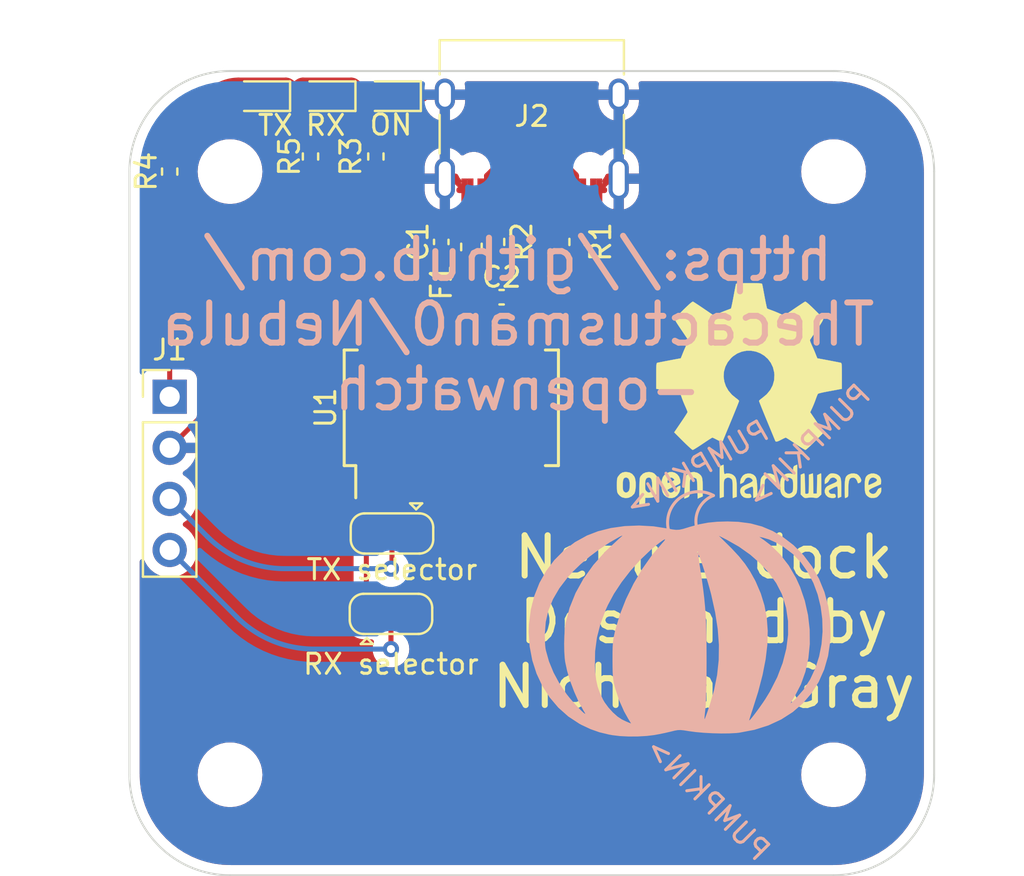
<source format=kicad_pcb>
(kicad_pcb (version 20211014) (generator pcbnew)
  (layers (0 "F.Cu" signal) (31 "B.Cu" signal) (34 "B.Paste" user) (35 "F.Paste" user) (36 "B.SilkS" user "B.Silkscreen") (37 "F.SilkS" user "F.Silkscreen") (38 "B.Mask" user) (39 "F.Mask" user) (44 "Edge.Cuts" user))
  (net 0 "")
  (net 1 "V_USB")
  (net 2 "GND")
  (net 3 "Net-(C2-Pad1)")
  (net 4 "Net-(D1-Pad2)")
  (net 5 "Net-(D2-Pad1)")
  (net 6 "Net-(D2-Pad2)")
  (net 7 "Net-(D3-Pad1)")
  (net 8 "Net-(D3-Pad2)")
  (net 9 "Net-(J2-PadA4)")
  (net 10 "ESP_TX")
  (net 11 "ESP_RX")
  (net 12 "Net-(J2-PadA5)")
  (net 13 "USB+")
  (net 14 "USB-")
  (net 16 "Net-(J2-PadB5)")
  (net 18 "RX")
  (net 19 "TX")
  (footprint "Fuse:Fuse_0603_1608Metric" (layer "F.Cu") (at 177 63.75 -90)
    (fp_text reference "F1" (at 1.75 1.5 90) (layer "F.SilkS"))
    (fp_text value "Polyfuse")
    (pad "1" smd roundrect (at -0.7875 0 270) (size 0.875 0.95) (layers "F.Cu" "F.Paste" "F.Mask") (net 9 "Net-(J2-PadA4)"))
    (pad "2" smd roundrect (at 0.7875 0 270) (size 0.875 0.95) (layers "F.Cu" "F.Paste" "F.Mask") (net 1 "V_USB"))
  )
  (footprint "Resistor_SMD:R_0402_1005Metric" (layer "F.Cu") (at 162 60 90)
    (fp_text reference "R4" (at 0 -1.17 90) (layer "F.SilkS"))
    (fp_text value "270R")
    (pad "1" smd roundrect (at -0.51 0 90) (size 0.54 0.64) (layers "F.Cu" "F.Paste" "F.Mask") (net 1 "V_USB"))
    (pad "2" smd roundrect (at 0.51 0 90) (size 0.54 0.64) (layers "F.Cu" "F.Paste" "F.Mask") (net 6 "Net-(D2-Pad2)"))
  )
  (footprint "LED_SMD:LED_0603_1608Metric" (layer "F.Cu") (at 169.75 56.25 180)
    (fp_text reference "RX" (at 0 -1.45) (layer "F.SilkS"))
    (fp_text value "RX_LED")
    (pad "1" smd roundrect (at -0.7875 0 180) (size 0.875 0.95) (layers "F.Cu" "F.Paste" "F.Mask") (net 7 "Net-(D3-Pad1)"))
    (pad "2" smd roundrect (at 0.7875 0 180) (size 0.875 0.95) (layers "F.Cu" "F.Paste" "F.Mask") (net 8 "Net-(D3-Pad2)"))
  )
  (footprint "Capacitor_SMD:C_0402_1005Metric" (layer "F.Cu") (at 175.5 63.5 90)
    (fp_text reference "C1" (at 0 -1.16 90) (layer "F.SilkS"))
    (fp_text value "0.1uF")
    (pad "1" smd roundrect (at -0.48 0 90) (size 0.56 0.62) (layers "F.Cu" "F.Paste" "F.Mask") (net 1 "V_USB"))
    (pad "2" smd roundrect (at 0.48 0 90) (size 0.56 0.62) (layers "F.Cu" "F.Paste" "F.Mask") (net 2 "GND"))
  )
  (footprint "MountingHole:MountingHole_2.2mm_M2" (layer "F.Cu") (at 195 60)
    (fp_text reference "REF2" hide)
    (fp_text value "MountingHole_2.2mm_M2")
    (pad "" np_thru_hole circle (at 0 0) (size 2.2 2.2) (drill 2.2) (layers *.Cu *.Mask))
  )
  (footprint "Resistor_SMD:R_0402_1005Metric" (layer "F.Cu") (at 172.25 59.25 90)
    (fp_text reference "R3" (at 0 -1.25 90) (layer "F.SilkS"))
    (fp_text value "270R")
    (pad "1" smd roundrect (at -0.51 0 90) (size 0.54 0.64) (layers "F.Cu" "F.Paste" "F.Mask") (net 1 "V_USB"))
    (pad "2" smd roundrect (at 0.51 0 90) (size 0.54 0.64) (layers "F.Cu" "F.Paste" "F.Mask") (net 4 "Net-(D1-Pad2)"))
  )
  (footprint "Resistor_SMD:R_0402_1005Metric" (layer "F.Cu") (at 169 59.25 90)
    (fp_text reference "R5" (at 0 -1.05 90) (layer "F.SilkS"))
    (fp_text value "270R")
    (pad "1" smd roundrect (at -0.51 0 90) (size 0.54 0.64) (layers "F.Cu" "F.Paste" "F.Mask") (net 1 "V_USB"))
    (pad "2" smd roundrect (at 0.51 0 90) (size 0.54 0.64) (layers "F.Cu" "F.Paste" "F.Mask") (net 8 "Net-(D3-Pad2)"))
  )
  (footprint "LED_SMD:LED_0603_1608Metric" (layer "F.Cu") (at 173 56.25 180)
    (fp_text reference "ON" (at 0 -1.43) (layer "F.SilkS"))
    (fp_text value "STATUS")
    (pad "1" smd roundrect (at -0.7875 0 180) (size 0.875 0.95) (layers "F.Cu" "F.Paste" "F.Mask") (net 2 "GND"))
    (pad "2" smd roundrect (at 0.7875 0 180) (size 0.875 0.95) (layers "F.Cu" "F.Paste" "F.Mask") (net 4 "Net-(D1-Pad2)"))
  )
  (footprint "Jumper:SolderJumper-3_P1.3mm_Bridged2Bar12_RoundedPad1.0x1.5mm" (layer "F.Cu") (at 173.05 78 180)
    (fp_text reference "TX selector" (at 0 -1.8) (layer "F.SilkS"))
    (fp_text value "SolderJumper_3_Bridged12")
    (fp_poly (pts (xy -0.9 0.2) (xy -0.4 0.2) (xy -0.4 0.6) (xy -0.9 0.6)) (layer "F.Cu") (width 0) (fill solid))
    (fp_poly (pts (xy -0.9 -0.6) (xy -0.4 -0.6) (xy -0.4 -0.2) (xy -0.9 -0.2)) (layer "F.Cu") (width 0) (fill solid))
    (pad "1" smd custom (at -1.3 0 180) (size 1 0.5) (layers "F.Cu" "F.Mask") (net 18 "RX") (options (clearance outline) (anchor rect)) (primitives (gr_circle (center 0 0.25) (end 0.5 0.25) (width 0) (fill yes)) (gr_circle (center 0 -0.25) (end 0.5 -0.25) (width 0) (fill yes)) (gr_poly (pts (xy 0.55 0.75) (xy 0 0.75) (xy 0 -0.75) (xy 0.55 -0.75)) (width 0) (fill yes))))
    (pad "2" smd rect (at 0 0 180) (size 1 1.5) (layers "F.Cu" "F.Mask") (net 10 "ESP_TX"))
    (pad "3" smd custom (at 1.3 0 180) (size 1 0.5) (layers "F.Cu" "F.Mask") (net 19 "TX") (options (clearance outline) (anchor rect)) (primitives (gr_circle (center 0 0.25) (end 0.5 0.25) (width 0) (fill yes)) (gr_circle (center 0 -0.25) (end 0.5 -0.25) (width 0) (fill yes)) (gr_poly (pts (xy 0 0.75) (xy -0.55 0.75) (xy -0.55 -0.75) (xy 0 -0.75)) (width 0) (fill yes))))
  )
  (footprint "Symbol:OSHW-Logo2_14.6x12mm_SilkScreen" (layer "F.Cu") (at 190.8 71.1)
    (fp_text reference "REF**" hide)
    (fp_text value "OSHW-Logo2_14.6x12mm_SilkScreen" hide)
  )
  (footprint "Resistor_SMD:R_0402_1005Metric" (layer "F.Cu") (at 182.25 63.5 -90)
    (fp_text reference "R1" (at 0 -1.17 90) (layer "F.SilkS"))
    (fp_text value "5.1K")
    (pad "1" smd roundrect (at -0.51 0 270) (size 0.54 0.64) (layers "F.Cu" "F.Paste" "F.Mask") (net 12 "Net-(J2-PadA5)"))
    (pad "2" smd roundrect (at 0.51 0 270) (size 0.54 0.64) (layers "F.Cu" "F.Paste" "F.Mask") (net 2 "GND"))
  )
  (footprint "Connector_USB:USB_C_Receptacle_XKB_U262-16XN-4BVC11" (layer "F.Cu") (at 180 57.25 180)
    (fp_text reference "J2" (at 0 0) (layer "F.SilkS"))
    (fp_text value "USB_C_Receptacle_USB2.0")
    (pad "" np_thru_hole circle (at -2.89 -2.605 180) (size 0.65 0.65) (drill 0.65) (layers *.Cu *.Mask))
    (pad "" np_thru_hole circle (at 2.89 -2.605 180) (size 0.65 0.65) (drill 0.65) (layers *.Cu *.Mask))
    (pad "A1" smd rect (at -3.35 -3.67 180) (size 0.3 1.15) (layers "F.Cu" "F.Paste" "F.Mask") (net 2 "GND"))
    (pad "A4" smd rect (at -2.55 -3.67 180) (size 0.3 1.15) (layers "F.Cu" "F.Paste" "F.Mask") (net 9 "Net-(J2-PadA4)"))
    (pad "A5" smd rect (at -1.25 -3.67 180) (size 0.3 1.15) (layers "F.Cu" "F.Paste" "F.Mask") (net 12 "Net-(J2-PadA5)"))
    (pad "A6" smd rect (at -0.25 -3.67 180) (size 0.3 1.15) (layers "F.Cu" "F.Paste" "F.Mask") (net 13 "USB+"))
    (pad "A7" smd rect (at 0.25 -3.67 180) (size 0.3 1.15) (layers "F.Cu" "F.Paste" "F.Mask") (net 14 "USB-"))
    (pad "A8" smd rect (at 1.25 -3.67 180) (size 0.3 1.15) (layers "F.Cu" "F.Paste" "F.Mask"))
    (pad "A9" smd rect (at 2.55 -3.67 180) (size 0.3 1.15) (layers "F.Cu" "F.Paste" "F.Mask") (net 9 "Net-(J2-PadA4)"))
    (pad "A12" smd rect (at 3.35 -3.67 180) (size 0.3 1.15) (layers "F.Cu" "F.Paste" "F.Mask") (net 2 "GND"))
    (pad "B1" smd rect (at 3.05 -3.67 180) (size 0.3 1.15) (layers "F.Cu" "F.Paste" "F.Mask") (net 2 "GND"))
    (pad "B4" smd rect (at 2.25 -3.67 180) (size 0.3 1.15) (layers "F.Cu" "F.Paste" "F.Mask") (net 9 "Net-(J2-PadA4)"))
    (pad "B5" smd rect (at 1.75 -3.67 180) (size 0.3 1.15) (layers "F.Cu" "F.Paste" "F.Mask") (net 16 "Net-(J2-PadB5)"))
    (pad "B6" smd rect (at 0.75 -3.67 180) (size 0.3 1.15) (layers "F.Cu" "F.Paste" "F.Mask") (net 13 "USB+"))
    (pad "B7" smd rect (at -0.75 -3.67 180) (size 0.3 1.15) (layers "F.Cu" "F.Paste" "F.Mask") (net 14 "USB-"))
    (pad "B8" smd rect (at -1.75 -3.67 180) (size 0.3 1.15) (layers "F.Cu" "F.Paste" "F.Mask"))
    (pad "B9" smd rect (at -2.25 -3.67 180) (size 0.3 1.15) (layers "F.Cu" "F.Paste" "F.Mask") (net 9 "Net-(J2-PadA4)"))
    (pad "B12" smd rect (at -3.05 -3.67 180) (size 0.3 1.15) (layers "F.Cu" "F.Paste" "F.Mask") (net 2 "GND"))
    (pad "S1" thru_hole oval (at -4.32 1.075 180) (size 1 1.6) (drill oval 0.6 1.2) (layers *.Cu *.Mask) (net 2 "GND"))
    (pad "S1" thru_hole oval (at -4.32 -3.105 180) (size 1 2.1) (drill oval 0.6 1.7) (layers *.Cu *.Mask) (net 2 "GND"))
    (pad "S1" thru_hole oval (at 4.32 1.075 180) (size 1 1.6) (drill oval 0.6 1.2) (layers *.Cu *.Mask) (net 2 "GND"))
    (pad "S1" thru_hole oval (at 4.32 -3.105 180) (size 1 2.1) (drill oval 0.6 1.7) (layers *.Cu *.Mask) (net 2 "GND"))
  )
  (footprint "LED_SMD:LED_0603_1608Metric" (layer "F.Cu") (at 166.5 56.25 180)
    (fp_text reference "TX" (at -0.75 -1.45) (layer "F.SilkS"))
    (fp_text value "TX_LED")
    (pad "1" smd roundrect (at -0.7875 0 180) (size 0.875 0.95) (layers "F.Cu" "F.Paste" "F.Mask") (net 5 "Net-(D2-Pad1)"))
    (pad "2" smd roundrect (at 0.7875 0 180) (size 0.875 0.95) (layers "F.Cu" "F.Paste" "F.Mask") (net 6 "Net-(D2-Pad2)"))
  )
  (footprint "Package_SO:SSOP-28_5.3x10.2mm_P0.65mm" (layer "F.Cu") (at 176 71.75 90)
    (fp_text reference "U1" (at 0 -6.25 90) (layer "F.SilkS"))
    (fp_text value "FT232RL")
    (pad "1" smd rect (at -3.6 -4.225 90) (size 1.75 0.45) (layers "F.Cu" "F.Paste" "F.Mask") (net 19 "TX"))
    (pad "2" smd rect (at -3.6 -3.575 90) (size 1.75 0.45) (layers "F.Cu" "F.Paste" "F.Mask"))
    (pad "3" smd rect (at -3.6 -2.925 90) (size 1.75 0.45) (layers "F.Cu" "F.Paste" "F.Mask"))
    (pad "4" smd rect (at -3.6 -2.275 90) (size 1.75 0.45) (layers "F.Cu" "F.Paste" "F.Mask") (net 3 "Net-(C2-Pad1)"))
    (pad "5" smd rect (at -3.6 -1.625 90) (size 1.75 0.45) (layers "F.Cu" "F.Paste" "F.Mask") (net 18 "RX"))
    (pad "6" smd rect (at -3.6 -0.975 90) (size 1.75 0.45) (layers "F.Cu" "F.Paste" "F.Mask"))
    (pad "7" smd rect (at -3.6 -0.325 90) (size 1.75 0.45) (layers "F.Cu" "F.Paste" "F.Mask") (net 2 "GND"))
    (pad "8" smd rect (at -3.6 0.325 90) (size 1.75 0.45) (layers "F.Cu" "F.Paste" "F.Mask"))
    (pad "9" smd rect (at -3.6 0.975 90) (size 1.75 0.45) (layers "F.Cu" "F.Paste" "F.Mask"))
    (pad "10" smd rect (at -3.6 1.625 90) (size 1.75 0.45) (layers "F.Cu" "F.Paste" "F.Mask"))
    (pad "11" smd rect (at -3.6 2.275 90) (size 1.75 0.45) (layers "F.Cu" "F.Paste" "F.Mask"))
    (pad "12" smd rect (at -3.6 2.925 90) (size 1.75 0.45) (layers "F.Cu" "F.Paste" "F.Mask"))
    (pad "13" smd rect (at -3.6 3.575 90) (size 1.75 0.45) (layers "F.Cu" "F.Paste" "F.Mask"))
    (pad "14" smd rect (at -3.6 4.225 90) (size 1.75 0.45) (layers "F.Cu" "F.Paste" "F.Mask"))
    (pad "15" smd rect (at 3.6 4.225 90) (size 1.75 0.45) (layers "F.Cu" "F.Paste" "F.Mask") (net 13 "USB+"))
    (pad "16" smd rect (at 3.6 3.575 90) (size 1.75 0.45) (layers "F.Cu" "F.Paste" "F.Mask") (net 14 "USB-"))
    (pad "17" smd rect (at 3.6 2.925 90) (size 1.75 0.45) (layers "F.Cu" "F.Paste" "F.Mask") (net 3 "Net-(C2-Pad1)"))
    (pad "18" smd rect (at 3.6 2.275 90) (size 1.75 0.45) (layers "F.Cu" "F.Paste" "F.Mask") (net 2 "GND"))
    (pad "19" smd rect (at 3.6 1.625 90) (size 1.75 0.45) (layers "F.Cu" "F.Paste" "F.Mask"))
    (pad "20" smd rect (at 3.6 0.975 90) (size 1.75 0.45) (layers "F.Cu" "F.Paste" "F.Mask") (net 1 "V_USB"))
    (pad "21" smd rect (at 3.6 0.325 90) (size 1.75 0.45) (layers "F.Cu" "F.Paste" "F.Mask") (net 2 "GND"))
    (pad "22" smd rect (at 3.6 -0.325 90) (size 1.75 0.45) (layers "F.Cu" "F.Paste" "F.Mask") (net 7 "Net-(D3-Pad1)"))
    (pad "23" smd rect (at 3.6 -0.975 90) (size 1.75 0.45) (layers "F.Cu" "F.Paste" "F.Mask") (net 5 "Net-(D2-Pad1)"))
    (pad "24" smd rect (at 3.6 -1.625 90) (size 1.75 0.45) (layers "F.Cu" "F.Paste" "F.Mask"))
    (pad "25" smd rect (at 3.6 -2.275 90) (size 1.75 0.45) (layers "F.Cu" "F.Paste" "F.Mask") (net 2 "GND"))
    (pad "26" smd rect (at 3.6 -2.925 90) (size 1.75 0.45) (layers "F.Cu" "F.Paste" "F.Mask") (net 2 "GND"))
    (pad "27" smd rect (at 3.6 -3.575 90) (size 1.75 0.45) (layers "F.Cu" "F.Paste" "F.Mask"))
    (pad "28" smd rect (at 3.6 -4.225 90) (size 1.75 0.45) (layers "F.Cu" "F.Paste" "F.Mask"))
  )
  (footprint "Jumper:SolderJumper-3_P1.3mm_Bridged2Bar12_RoundedPad1.0x1.5mm" (layer "F.Cu") (at 173 82)
    (fp_text reference "RX selector" (at 0 2.5) (layer "F.SilkS"))
    (fp_text value "SolderJumper_3_Bridged12")
    (fp_poly (pts (xy -0.9 0.2) (xy -0.4 0.2) (xy -0.4 0.6) (xy -0.9 0.6)) (layer "F.Cu") (width 0) (fill solid))
    (fp_poly (pts (xy -0.9 -0.6) (xy -0.4 -0.6) (xy -0.4 -0.2) (xy -0.9 -0.2)) (layer "F.Cu") (width 0) (fill solid))
    (pad "1" smd custom (at -1.3 0) (size 1 0.5) (layers "F.Cu" "F.Mask") (net 19 "TX") (options (clearance outline) (anchor rect)) (primitives (gr_circle (center 0 0.25) (end 0.5 0.25) (width 0) (fill yes)) (gr_circle (center 0 -0.25) (end 0.5 -0.25) (width 0) (fill yes)) (gr_poly (pts (xy 0.55 0.75) (xy 0 0.75) (xy 0 -0.75) (xy 0.55 -0.75)) (width 0) (fill yes))))
    (pad "2" smd rect (at 0 0) (size 1 1.5) (layers "F.Cu" "F.Mask") (net 11 "ESP_RX"))
    (pad "3" smd custom (at 1.3 0) (size 1 0.5) (layers "F.Cu" "F.Mask") (net 18 "RX") (options (clearance outline) (anchor rect)) (primitives (gr_circle (center 0 0.25) (end 0.5 0.25) (width 0) (fill yes)) (gr_circle (center 0 -0.25) (end 0.5 -0.25) (width 0) (fill yes)) (gr_poly (pts (xy 0 0.75) (xy -0.55 0.75) (xy -0.55 -0.75) (xy 0 -0.75)) (width 0) (fill yes))))
  )
  (footprint "Capacitor_SMD:C_0402_1005Metric" (layer "F.Cu") (at 178.5 66.25 180)
    (fp_text reference "C2" (at 0 1) (layer "F.SilkS"))
    (fp_text value "0.1uF")
    (pad "1" smd roundrect (at -0.48 0 180) (size 0.56 0.62) (layers "F.Cu" "F.Paste" "F.Mask") (net 3 "Net-(C2-Pad1)"))
    (pad "2" smd roundrect (at 0.48 0 180) (size 0.56 0.62) (layers "F.Cu" "F.Paste" "F.Mask") (net 2 "GND"))
  )
  (footprint "MountingHole:MountingHole_2.2mm_M2" (layer "F.Cu") (at 195 90)
    (fp_text reference "REF3" hide)
    (fp_text value "MountingHole_2.2mm_M2")
    (pad "" np_thru_hole circle (at 0 0) (size 2.2 2.2) (drill 2.2) (layers *.Cu *.Mask))
  )
  (footprint "MountingHole:MountingHole_2.2mm_M2" (layer "F.Cu") (at 165 90)
    (fp_text reference "REF4" hide)
    (fp_text value "MountingHole_2.2mm_M2")
    (pad "" np_thru_hole circle (at 0 0) (size 2.2 2.2) (drill 2.2) (layers *.Cu *.Mask))
  )
  (footprint "MountingHole:MountingHole_2.2mm_M2" (layer "F.Cu") (at 165 60)
    (fp_text reference "REF1" hide)
    (fp_text value "MountingHole_2.2mm_M2")
    (pad "" np_thru_hole circle (at 0 0) (size 2.2 2.2) (drill 2.2) (layers *.Cu *.Mask))
  )
  (footprint "Resistor_SMD:R_0402_1005Metric" (layer "F.Cu") (at 178.25 63.5 90)
    (fp_text reference "R2" (at 0 1.25 90) (layer "F.SilkS"))
    (fp_text value "5.1K")
    (pad "1" smd roundrect (at -0.51 0 90) (size 0.54 0.64) (layers "F.Cu" "F.Paste" "F.Mask") (net 2 "GND"))
    (pad "2" smd roundrect (at 0.51 0 90) (size 0.54 0.64) (layers "F.Cu" "F.Paste" "F.Mask") (net 16 "Net-(J2-PadB5)"))
  )
  (footprint "Connector_PinHeader_2.54mm:PinHeader_1x04_P2.54mm_Vertical" (layer "F.Cu") (at 162 71.2)
    (fp_text reference "J1" (at 0 -2.33) (layer "F.SilkS"))
    (fp_text value "Male_watch_connector")
    (pad "1" thru_hole rect (at 0 0) (size 1.7 1.7) (drill 1) (layers *.Cu *.Mask) (net 1 "V_USB"))
    (pad "2" thru_hole oval (at 0 2.54) (size 1.7 1.7) (drill 1) (layers *.Cu *.Mask) (net 2 "GND"))
    (pad "3" thru_hole oval (at 0 5.08) (size 1.7 1.7) (drill 1) (layers *.Cu *.Mask) (net 10 "ESP_TX"))
    (pad "4" thru_hole oval (at 0 7.62) (size 1.7 1.7) (drill 1) (layers *.Cu *.Mask) (net 11 "ESP_RX"))
  )
  (footprint "somking:pumpkin2" (layer "B.Cu") (at 187.357115 81.657628 180)
    (fp_text reference "G***" hide)
    (fp_text value "LOGO" hide)
  )
  (gr_arc (start 188.47635 78.272205) (mid 188.2 77.05) (end 189.030248 76.111468) (layer "B.SilkS") (width 0.15))
  (gr_arc (start 186.8 77.85) (mid 187.343203 76.247055) (end 189.030248 76.111468) (layer "B.SilkS") (width 0.15))
  (gr_line (start 165 55) (end 195 55) (layer "Edge.Cuts") (width 0.1))
  (gr_arc (start 165 95) (mid 161.464466 93.535534) (end 160 90) (layer "Edge.Cuts") (width 0.1))
  (gr_arc (start 160 60) (mid 161.464466 56.464466) (end 165 55) (layer "Edge.Cuts") (width 0.1))
  (gr_arc (start 200 90) (mid 198.535534 93.535534) (end 195 95) (layer "Edge.Cuts") (width 0.1))
  (gr_arc (start 195 55) (mid 198.535534 56.464466) (end 200 60) (layer "Edge.Cuts") (width 0.1))
  (gr_line (start 160 90) (end 160 60) (layer "Edge.Cuts") (width 0.1))
  (gr_line (start 200 60) (end 200 90) (layer "Edge.Cuts") (width 0.1))
  (gr_line (start 195 95) (end 165 95) (layer "Edge.Cuts") (width 0.1))
  (gr_text "PUMPKIN>\n" (at 193.75 73.65 45) (layer "B.SilkS") (effects (font (size 1 1)) (justify mirror)))
  (gr_text "PUMPKIN>\n" (at 188.75 91.2 315) (layer "B.SilkS") (effects (font (size 1 1)) (justify mirror)))
  (gr_text "PUMPKIN>\n" (at 188.2 74.75 30) (layer "B.SilkS") (effects (font (size 1 1)) (justify mirror)))
  (gr_text "https://github.com/\nThecactusman0/Nebula\n-openwatch" (at 179.3 67.6) (layer "B.SilkS") (effects (font (size 2 2) (thickness 0.3)) (justify mirror)))
  (gr_text "Nebula dock\nDesigned by\nNicholas Gray" (at 188.55 82.4) (layer "F.SilkS") (effects (font (size 2 2) (thickness 0.3))))
  (segment (start 161.180312 59.690312) (end 162 60.51) (width 0.25) (layer "F.Cu") (net 1))
  (segment (start 175.77875 64.25875) (end 175.50245 63.98245) (width 0.25) (layer "F.Cu") (net 1))
  (segment (start 176.975 64.580177) (end 176.975 68.15) (width 0.25) (layer "F.Cu") (net 1))
  (segment (start 168.60024 59.36024) (end 169 59.76) (width 0.25) (layer "F.Cu") (net 1))
  (segment (start 168.627256 55.45048) (end 171.023703 55.45048) (width 0.25) (layer "F.Cu") (net 1))
  (segment (start 162 60.51) (end 162 71.2) (width 0.25) (layer "F.Cu") (net 1))
  (segment (start 161.180312 58.819687) (end 163.934173 56.065826) (width 0.25) (layer "F.Cu") (net 1))
  (segment (start 176.982322 64.5375) (end 176.451712 64.5375) (width 0.25) (layer "F.Cu") (net 1))
  (segment (start 167.773703 55.45048) (end 165.41975 55.45048) (width 0.25) (layer "F.Cu") (net 1))
  (segment (start 172.25 59.76) (end 171.85024 59.36024) (width 0.25) (layer "F.Cu") (net 1))
  (segment (start 168.20048 58.395133) (end 168.20048 55.877256) (width 0.25) (layer "F.Cu") (net 1))
  (segment (start 171.45048 58.395133) (end 171.45048 55.877256) (width 0.25) (layer "F.Cu") (net 1))
  (segment (start 172.25 60.248465) (end 172.25 59.76) (width 0.25) (layer "F.Cu") (net 1))
  (segment (start 172.595396 61.082326) (end 175.490619 63.977549) (width 0.25) (layer "F.Cu") (net 1))
  (arc (start 172.25 60.248465) (mid 172.339765 60.699747) (end 172.595396 61.082326) (width 0.25) (layer "F.Cu") (net 1))
  (arc (start 175.77875 64.25875) (mid 176.087507 64.465055) (end 176.451712 64.5375) (width 0.25) (layer "F.Cu") (net 1))
  (arc (start 168.20048 58.395133) (mid 168.304374 58.917445) (end 168.60024 59.36024) (width 0.25) (layer "F.Cu") (net 1))
  (arc (start 171.32548 55.57548) (mid 171.187023 55.482966) (end 171.023703 55.45048) (width 0.25) (layer "F.Cu") (net 1))
  (arc (start 168.32548 55.57548) (mid 168.20048 55.627256) (end 168.07548 55.57548) (width 0.25) (layer "F.Cu") (net 1))
  (arc (start 175.496535 63.98) (mid 175.499736 63.980636) (end 175.50245 63.98245) (width 0.25) (layer "F.Cu") (net 1))
  (arc (start 161.180312 58.819687) (mid 161.046861 59.01941) (end 161 59.255) (width 0.25) (layer "F.Cu") (net 1))
  (arc (start 168.07548 55.57548) (mid 167.937023 55.482966) (end 167.773703 55.45048) (width 0.25) (layer "F.Cu") (net 1))
  (arc (start 161 59.255) (mid 161.046861 59.490589) (end 161.180312 59.690312) (width 0.25) (layer "F.Cu") (net 1))
  (arc (start 176.9875 64.55) (mid 176.989087 64.54202) (end 176.982322 64.5375) (width 0.25) (layer "F.Cu") (net 1))
  (arc (start 168.07548 55.57548) (mid 168.167993 55.713936) (end 168.20048 55.877256) (width 0.25) (layer "F.Cu") (net 1))
  (arc (start 171.45048 58.395133) (mid 171.554374 58.917445) (end 171.85024 59.36024) (width 0.25) (layer "F.Cu") (net 1))
  (arc (start 175.496535 63.98) (mid 175.493333 63.979363) (end 175.490619 63.977549) (width 0.25) (layer "F.Cu") (net 1))
  (arc (start 168.32548 55.57548) (mid 168.232966 55.713936) (end 168.20048 55.877256) (width 0.25) (layer "F.Cu") (net 1))
  (arc (start 165.41975 55.45048) (mid 164.615762 55.610403) (end 163.934173 56.065826) (width 0.25) (layer "F.Cu") (net 1))
  (arc (start 168.32548 55.57548) (mid 168.463936 55.482966) (end 168.627256 55.45048) (width 0.25) (layer "F.Cu") (net 1))
  (arc (start 171.32548 55.57548) (mid 171.417993 55.713936) (end 171.45048 55.877256) (width 0.25) (layer "F.Cu") (net 1))
  (arc (start 176.975 64.580177) (mid 176.978248 64.563845) (end 176.9875 64.55) (width 0.25) (layer "F.Cu") (net 1))
  (segment (start 176.325 69.222312) (end 176.325 68.15) (width 0.25) (layer "F.Cu") (net 2))
  (segment (start 184.32 60.5575) (end 184.32 61.1475) (width 0.25) (layer "F.Cu") (net 2))
  (segment (start 173.725 68.15) (end 173.725 69.222312) (width 0.25) (layer "F.Cu") (net 2))
  (segment (start 178.275 68.15) (end 178.275 66.685312) (width 0.25) (layer "F.Cu") (net 2))
  (segment (start 176.640722 63.75) (end 177.806152 63.75) (width 0.25) (layer "F.Cu") (net 2))
  (segment (start 175.551966 56.25) (end 173.7875 56.25) (width 0.25) (layer "F.Cu") (net 2))
  (segment (start 183.77181 60.498189) (end 183.35 60.92) (width 0.25) (layer "F.Cu") (net 2))
  (segment (start 178.275 69.222312) (end 178.275 68.15) (width 0.25) (layer "F.Cu") (net 2))
  (segment (start 175.68 60.5575) (end 175.68 60.1525) (width 0.25) (layer "F.Cu") (net 2))
  (segment (start 184.32 56.175) (end 184.32 60.1525) (width 0.25) (layer "F.Cu") (net 2))
  (segment (start 182.25 64.01) (end 182.25 69.646446) (width 0.25) (layer "F.Cu") (net 2))
  (segment (start 176.228189 60.498189) (end 176.65 60.92) (width 0.25) (layer "F.Cu") (net 2))
  (segment (start 164.796696 70.943303) (end 162 73.74) (width 0.25) (layer "F.Cu") (net 2))
  (segment (start 184.32 60.5575) (end 184.32 60.1525) (width 0.25) (layer "F.Cu") (net 2))
  (segment (start 176.400495 63.650495) (end 175.831317 63.081317) (width 0.25) (layer "F.Cu") (net 2))
  (segment (start 183.759617 62.500382) (end 182.25 64.01) (width 0.25) (layer "F.Cu") (net 2))
  (segment (start 173.852198 69.349511) (end 173.746823 69.349511) (width 0.25) (layer "F.Cu") (net 2))
  (segment (start 175.675 74.7875) (end 175.675 75.35) (width 0.25) (layer "F.Cu") (net 2))
  (segment (start 176.452198 69.349511) (end 176.346823 69.349511) (width 0.25) (layer "F.Cu") (net 2))
  (segment (start 180.575 70.5) (end 181.396446 70.5) (width 0.25) (layer "F.Cu") (net 2))
  (segment (start 173.852198 69.349511) (end 176.346823 69.349511) (width 0.25) (layer "F.Cu") (net 2))
  (segment (start 178.569149 71.33085) (end 176.072747 73.827252) (width 0.25) (layer "F.Cu") (net 2))
  (segment (start 178.1475 66.3775) (end 178.135 66.365) (width 0.25) (layer "F.Cu") (net 2))
  (segment (start 178.25 65.857365) (end 178.25 64.193847) (width 0.25) (layer "F.Cu") (net 2))
  (segment (start 176.452198 69.349511) (end 178.147801 69.349511) (width 0.25) (layer "F.Cu") (net 2))
  (segment (start 184.32 56.175) (end 175.733033 56.175) (width 0.25) (layer "F.Cu") (net 2))
  (segment (start 175.68 56.228033) (end 175.68 60.1525) (width 0.25) (layer "F.Cu") (net 2))
  (segment (start 175.68 60.5575) (end 175.68 62.71272) (width 0.25) (layer "F.Cu") (net 2))
  (segment (start 173.725 68.15) (end 173.075 68.15) (width 0.25) (layer "F.Cu") (net 2))
  (segment (start 168.644452 69.349511) (end 173.746823 69.349511) (width 0.25) (layer "F.Cu") (net 2))
  (arc (start 178.135 66.365) (mid 178.087365 66.25) (end 178.135 66.135) (width 0.25) (layer "F.Cu") (net 2))
  (arc (start 178.237744 69.312255) (mid 178.265317 69.270989) (end 178.275 69.222312) (width 0.25) (layer "F.Cu") (net 2))
  (arc (start 178.25 64.193847) (mid 178.216214 64.023994) (end 178.12 63.88) (width 0.25) (layer "F.Cu") (net 2))
  (arc (start 176.362255 69.312255) (mid 176.366985 69.336038) (end 176.346823 69.349511) (width 0.25) (layer "F.Cu") (net 2))
  (arc (start 178.25 65.857365) (mid 178.220112 66.00762) (end 178.135 66.135) (width 0.25) (layer "F.Cu") (net 2))
  (arc (start 175.6425 56.2125) (mid 175.666439 56.207738) (end 175.68 56.228033) (width 0.25) (layer "F.Cu") (net 2))
  (arc (start 178.1475 66.3775) (mid 178.241863 66.518725) (end 178.275 66.685312) (width 0.25) (layer "F.Cu") (net 2))
  (arc (start 164.796696 70.943303) (mid 166.562061 69.763724) (end 168.644452 69.349511) (width 0.25) (layer "F.Cu") (net 2))
  (arc (start 184.1175 60.355) (mid 183.930414 60.392213) (end 183.77181 60.498189) (width 0.25) (layer "F.Cu") (net 2))
  (arc (start 183.759617 62.500382) (mid 184.174361 61.879674) (end 184.32 61.1475) (width 0.25) (layer "F.Cu") (net 2))
  (arc (start 182 70.25) (mid 181.723087 70.435027) (end 181.396446 70.5) (width 0.25) (layer "F.Cu") (net 2))
  (arc (start 175.6425 56.2125) (mid 175.600962 56.240254) (end 175.551966 56.25) (width 0.25) (layer "F.Cu") (net 2))
  (arc (start 175.8825 60.355) (mid 175.73931 60.295689) (end 175.68 60.1525) (width 0.25) (layer "F.Cu") (net 2))
  (arc (start 176.452198 69.349511) (mid 176.403521 69.339828) (end 176.362255 69.312255) (width 0.25) (layer "F.Cu") (net 2))
  (arc (start 173.852198 69.349511) (mid 173.803521 69.339828) (end 173.762255 69.312255) (width 0.25) (layer "F.Cu") (net 2))
  (arc (start 176.072747 73.827252) (mid 175.778371 74.267817) (end 175.675 74.7875) (width 0.25) (layer "F.Cu") (net 2))
  (arc (start 184.32 60.5575) (mid 184.260689 60.41431) (end 184.1175 60.355) (width 0.25) (layer "F.Cu") (net 2))
  (arc (start 178.237744 69.312255) (mid 178.196478 69.339828) (end 178.147801 69.349511) (width 0.25) (layer "F.Cu") (net 2))
  (arc (start 175.733033 56.175) (mid 175.695533 56.190533) (end 175.68 56.228033) (width 0.25) (layer "F.Cu") (net 2))
  (arc (start 175.68 62.71272) (mid 175.656609 62.830311) (end 175.59 62.93) (width 0.25) (layer "F.Cu") (net 2))
  (arc (start 173.725 69.222312) (mid 173.734682 69.270989) (end 173.762255 69.312255) (width 0.25) (layer "F.Cu") (net 2))
  (arc (start 175.6425 56.2125) (mid 175.684036 56.184745) (end 175.733033 56.175) (width 0.25) (layer "F.Cu") (net 2))
  (arc (start 176.325 69.222312) (mid 176.334682 69.270989) (end 176.362255 69.312255) (width 0.25) (layer "F.Cu") (net 2))
  (arc (start 177.806152 63.75) (mid 177.976005 63.783785) (end 178.12 63.88) (width 0.25) (layer "F.Cu") (net 2))
  (arc (start 173.762255 69.312255) (mid 173.766985 69.336038) (end 173.746823 69.349511) (width 0.25) (layer "F.Cu") (net 2))
  (arc (start 180.575 70.5) (mid 179.489441 70.71593) (end 178.569149 71.33085) (width 0.25) (layer "F.Cu") (net 2))
  (arc (start 176.640722 63.75) (mid 176.510712 63.724139) (end 176.400495 63.650495) (width 0.25) (layer "F.Cu") (net 2))
  (arc (start 175.8825 60.355) (mid 175.73931 60.41431) (end 175.68 60.5575) (width 0.25) (layer "F.Cu") (net 2))
  (arc (start 175.8825 60.355) (mid 176.069585 60.392213) (end 176.228189 60.498189) (width 0.25) (layer "F.Cu") (net 2))
  (arc (start 182 70.25) (mid 182.185027 69.973087) (end 182.25 69.646446) (width 0.25) (layer "F.Cu") (net 2))
  (arc (start 175.635 63) (mid 175.741246 63.021133) (end 175.831317 63.081317) (width 0.25) (layer "F.Cu") (net 2))
  (arc (start 184.32 60.1525) (mid 184.260689 60.295689) (end 184.1175 60.355) (width 0.25) (layer "F.Cu") (net 2))
  (segment (start 173.725 74.322034) (end 173.725 75.35) (width 0.25) (layer "F.Cu") (net 3))
  (segment (start 173.9625 74.150489) (end 173.896545 74.150489) (width 0.25) (layer "F.Cu") (net 3))
  (segment (start 178.925 68.296875) (end 178.925 68.15) (width 0.25) (layer "F.Cu") (net 3))
  (segment (start 178.925 67.5625) (end 178.925 68.15) (width 0.25) (layer "F.Cu") (net 3))
  (segment (start 178.925 67.5625) (end 178.925 66.34389) (width 0.25) (layer "F.Cu") (net 3))
  (segment (start 178.509574 69.740425) (end 174.196392 74.053607) (width 0.25) (layer "F.Cu") (net 3))
  (segment (start 178.9525 66.2775) (end 178.98 66.25) (width 0.25) (layer "F.Cu") (net 3))
  (segment (start 178.925 68.296875) (end 178.925 68.590625) (width 0.25) (layer "F.Cu") (net 3))
  (segment (start 178.925 68.590625) (end 178.925 68.7375) (width 0.25) (layer "F.Cu") (net 3))
  (arc (start 173.9625 74.150489) (mid 174.089081 74.12531) (end 174.196392 74.053607) (width 0.25) (layer "F.Cu") (net 3))
  (arc (start 178.509574 69.740425) (mid 178.817034 69.280279) (end 178.925 68.7375) (width 0.25) (layer "F.Cu") (net 3))
  (arc (start 173.775244 74.200733) (mid 173.830897 74.163546) (end 173.896545 74.150489) (width 0.25) (layer "F.Cu") (net 3))
  (arc (start 173.775244 74.200733) (mid 173.738057 74.256386) (end 173.725 74.322034) (width 0.25) (layer "F.Cu") (net 3))
  (arc (start 178.9525 66.2775) (mid 178.932147 66.30796) (end 178.925 66.34389) (width 0.25) (layer "F.Cu") (net 3))
  (segment (start 172.23125 58.72125) (end 172.25 58.74) (width 0.25) (layer "F.Cu") (net 4))
  (segment (start 172.2125 58.675983) (end 172.2125 56) (width 0.25) (layer "F.Cu") (net 4))
  (arc (start 172.2125 58.675983) (mid 172.217372 58.700481) (end 172.23125 58.72125) (width 0.25) (layer "F.Cu") (net 4))
  (segment (start 175.025 67.452429) (end 175.025 68.15) (width 0.25) (layer "F.Cu") (net 5))
  (segment (start 167.2875 57.508679) (end 167.2875 56) (width 0.25) (layer "F.Cu") (net 5))
  (segment (start 174.531743 66.261602) (end 168.354297 60.084156) (width 0.25) (layer "F.Cu") (net 5))
  (arc (start 174.531743 66.261602) (mid 174.896806 66.807958) (end 175.025 67.452429) (width 0.25) (layer "F.Cu") (net 5))
  (arc (start 167.2875 57.508679) (mid 167.564751 58.902517) (end 168.354297 60.084156) (width 0.25) (layer "F.Cu") (net 5))
  (segment (start 165.072946 56.417053) (end 162 59.49) (width 0.25) (layer "F.Cu") (net 6))
  (segment (start 165.47625 56.25) (end 165.7125 56.25) (width 0.25) (layer "F.Cu") (net 6))
  (arc (start 165.47625 56.25) (mid 165.257983 56.293415) (end 165.072946 56.417053) (width 0.25) (layer "F.Cu") (net 6))
  (segment (start 172.131292 62.631292) (end 174.976732 65.476732) (width 0.25) (layer "F.Cu") (net 7))
  (segment (start 170.5375 58.783536) (end 170.5375 56) (width 0.25) (layer "F.Cu") (net 7))
  (segment (start 175.675 67.1625) (end 175.675 68.15) (width 0.25) (layer "F.Cu") (net 7))
  (arc (start 175.675 67.1625) (mid 175.493526 66.250168) (end 174.976732 65.476732) (width 0.25) (layer "F.Cu") (net 7))
  (arc (start 172.131292 62.631292) (mid 170.951713 60.865926) (end 170.5375 58.783536) (width 0.25) (layer "F.Cu") (net 7))
  (segment (start 168.98125 58.72125) (end 169 58.74) (width 0.25) (layer "F.Cu") (net 8))
  (segment (start 168.9625 58.675983) (end 168.9625 56) (width 0.25) (layer "F.Cu") (net 8))
  (arc (start 168.9625 58.675983) (mid 168.967372 58.700481) (end 168.98125 58.72125) (width 0.25) (layer "F.Cu") (net 8))
  (segment (start 177.45 62.194301) (end 177.45 60.92) (width 0.25) (layer "F.Cu") (net 9))
  (segment (start 181.760119 59.714392) (end 182.194792 60.149065) (width 0.25) (layer "F.Cu") (net 9))
  (segment (start 177.225 62.7375) (end 177 62.9625) (width 0.25) (layer "F.Cu") (net 9))
  (segment (start 178.227136 59.727136) (end 177.762756 60.191516) (width 0.25) (layer "F.Cu") (net 9))
  (segment (start 182.237255 60.907255) (end 182.25 60.92) (width 0.25) (layer "F.Cu") (net 9))
  (segment (start 182.224511 60.220814) (end 182.224511 60.876487) (width 0.25) (layer "F.Cu") (net 9))
  (segment (start 180.638977 59.25) (end 179.379045 59.25) (width 0.25) (layer "F.Cu") (net 9))
  (segment (start 177.75 60.222312) (end 177.75 60.92) (width 0.25) (layer "F.Cu") (net 9))
  (arc (start 182.237255 60.907255) (mid 182.227823 60.893138) (end 182.224511 60.876487) (width 0.25) (layer "F.Cu") (net 9))
  (arc (start 177.225 62.7375) (mid 177.391524 62.488278) (end 177.45 62.194301) (width 0.25) (layer "F.Cu") (net 9))
  (arc (start 180.638977 59.25) (mid 181.245734 59.370691) (end 181.760119 59.714392) (width 0.25) (layer "F.Cu") (net 9))
  (arc (start 177.762756 60.191516) (mid 177.753315 60.205645) (end 177.75 60.222312) (width 0.25) (layer "F.Cu") (net 9))
  (arc (start 178.227136 59.727136) (mid 178.755636 59.374003) (end 179.379045 59.25) (width 0.25) (layer "F.Cu") (net 9))
  (arc (start 182.224511 60.220814) (mid 182.216787 60.181984) (end 182.194792 60.149065) (width 0.25) (layer "F.Cu") (net 9))
  (segment (start 173.05 79.664644) (end 173.05 78) (width 0.25) (layer "F.Cu") (net 10))
  (segment (start 173.025 79.725) (end 173 79.75) (width 0.25) (layer "F.Cu") (net 10))
  (via (at 173 79.75) (size 0.8) (drill 0.4) (layers "F.Cu" "B.Cu") (net 10))
  (arc (start 173.05 79.664644) (mid 173.043502 79.697308) (end 173.025 79.725) (width 0.25) (layer "F.Cu") (net 10))
  (segment (start 163.876207 78.156207) (end 162 76.28) (width 0.25) (layer "B.Cu") (net 10))
  (segment (start 167.723963 79.75) (end 173 79.75) (width 0.25) (layer "B.Cu") (net 10))
  (arc (start 163.876207 78.156207) (mid 165.641572 79.335786) (end 167.723963 79.75) (width 0.25) (layer "B.Cu") (net 10))
  (segment (start 173 83.75) (end 173 82) (width 0.25) (layer "F.Cu") (net 11))
  (via (at 173 83.75) (size 0.8) (drill 0.4) (layers "F.Cu" "B.Cu") (net 11))
  (segment (start 169.183963 83.75) (end 173 83.75) (width 0.25) (layer "B.Cu") (net 11))
  (segment (start 165.336207 82.156207) (end 162 78.82) (width 0.25) (layer "B.Cu") (net 11))
  (arc (start 165.336207 82.156207) (mid 167.101572 83.335786) (end 169.183963 83.75) (width 0.25) (layer "B.Cu") (net 11))
  (segment (start 181.628302 62.368302) (end 182.25 62.99) (width 0.25) (layer "F.Cu") (net 12))
  (segment (start 181.25 61.455) (end 181.25 60.92) (width 0.25) (layer "F.Cu") (net 12))
  (arc (start 181.25 61.455) (mid 181.348317 61.949275) (end 181.628302 62.368302) (width 0.25) (layer "F.Cu") (net 12))
  (segment (start 180.25 68.107322) (end 180.25 62.522011) (width 0.25) (layer "F.Cu") (net 13))
  (segment (start 180.25 61.977989) (end 180.25 62.522011) (width 0.25) (layer "F.Cu") (net 13))
  (segment (start 180.2375 68.1375) (end 180.225 68.15) (width 0.25) (layer "F.Cu") (net 13))
  (segment (start 179.25 61.471596) (end 179.25 60.92) (width 0.25) (layer "F.Cu") (net 13))
  (segment (start 180.25 61.977989) (end 180.25 60.92) (width 0.25) (layer "F.Cu") (net 13))
  (segment (start 179.513637 62.057659) (end 179.477989 62.022011) (width 0.25) (layer "F.Cu") (net 13))
  (arc (start 179.977989 62.25) (mid 180.170329 62.32967) (end 180.25 62.522011) (width 0.25) (layer "F.Cu") (net 13))
  (arc (start 180.25 68.107322) (mid 180.246751 68.123654) (end 180.2375 68.1375) (width 0.25) (layer "F.Cu") (net 13))
  (arc (start 179.977989 62.25) (mid 180.170329 62.170329) (end 180.25 61.977989) (width 0.25) (layer "F.Cu") (net 13))
  (arc (start 179.977989 62.25) (mid 179.726683 62.200012) (end 179.513637 62.057659) (width 0.25) (layer "F.Cu") (net 13))
  (arc (start 179.477989 62.022011) (mid 179.309252 61.769478) (end 179.25 61.471596) (width 0.25) (layer "F.Cu") (net 13))
  (segment (start 180.75 60.92) (end 180.75 60.255266) (width 0.25) (layer "F.Cu") (net 14))
  (segment (start 179.897989 59.897989) (end 179.901712 59.894265) (width 0.25) (layer "F.Cu") (net 14))
  (segment (start 180.75 60.92) (end 180.75 65.573223) (width 0.25) (layer "F.Cu") (net 14))
  (segment (start 180.598287 59.894265) (end 180.602011 59.897989) (width 0.25) (layer "F.Cu") (net 14))
  (segment (start 179.75 60.255266) (end 179.75 60.92) (width 0.25) (layer "F.Cu") (net 14))
  (segment (start 180.615066 69.349511) (end 179.702198 69.349511) (width 0.25) (layer "F.Cu") (net 14))
  (segment (start 179.575 69.222312) (end 179.575 68.15) (width 0.25) (layer "F.Cu") (net 14))
  (segment (start 181 68.964577) (end 181 66.176776) (width 0.25) (layer "F.Cu") (net 14))
  (arc (start 180.887255 69.236766) (mid 180.762373 69.320209) (end 180.615066 69.349511) (width 0.25) (layer "F.Cu") (net 14))
  (arc (start 180.602011 59.897989) (mid 180.711538 60.061909) (end 180.75 60.255266) (width 0.25) (layer "F.Cu") (net 14))
  (arc (start 180.25 59.75) (mid 180.061508 59.787493) (end 179.901712 59.894265) (width 0.25) (layer "F.Cu") (net 14))
  (arc (start 180.887255 69.236766) (mid 180.970698 69.111884) (end 181 68.964577) (width 0.25) (layer "F.Cu") (net 14))
  (arc (start 180.598287 59.894265) (mid 180.438491 59.787493) (end 180.25 59.75) (width 0.25) (layer "F.Cu") (net 14))
  (arc (start 179.612255 69.312255) (mid 179.584682 69.270989) (end 179.575 69.222312) (width 0.25) (layer "F.Cu") (net 14))
  (arc (start 180.875 65.875) (mid 180.782486 65.736543) (end 180.75 65.573223) (width 0.25) (layer "F.Cu") (net 14))
  (arc (start 179.612255 69.312255) (mid 179.653521 69.339828) (end 179.702198 69.349511) (width 0.25) (layer "F.Cu") (net 14))
  (arc (start 179.897989 59.897989) (mid 179.788461 60.061909) (end 179.75 60.255266) (width 0.25) (layer "F.Cu") (net 14))
  (arc (start 180.875 65.875) (mid 180.967513 66.013456) (end 181 66.176776) (width 0.25) (layer "F.Cu") (net 14))
  (segment (start 178.25 60.92) (end 178.25 62.99) (width 0.25) (layer "F.Cu") (net 16))
  (segment (start 174.375 81.871966) (end 174.375 75.35) (width 0.25) (layer "F.Cu") (net 18))
  (segment (start 174.3375 81.9625) (end 174.3 82) (width 0.25) (layer "F.Cu") (net 18))
  (arc (start 174.375 81.871966) (mid 174.365254 81.920962) (end 174.3375 81.9625) (width 0.25) (layer "F.Cu") (net 18))
  (segment (start 171.775 81.871966) (end 171.775 75.35) (width 0.25) (layer "F.Cu") (net 19))
  (segment (start 171.7375 81.9625) (end 171.7 82) (width 0.25) (layer "F.Cu") (net 19))
  (arc (start 171.775 81.871966) (mid 171.765254 81.920962) (end 171.7375 81.9625) (width 0.25) (layer "F.Cu") (net 19))
  (zone (net 2) (net_name "GND") (layers F&B.Cu) (connect_pads (clearance 0.508)) (min_thickness 0.254) (fill yes (thermal_gap 0.508) (thermal_bridge_width 0.508))
    (polygon (pts (xy 200 95) (xy 160 95) (xy 160 55) (xy 200 55)))
  )
)
</source>
